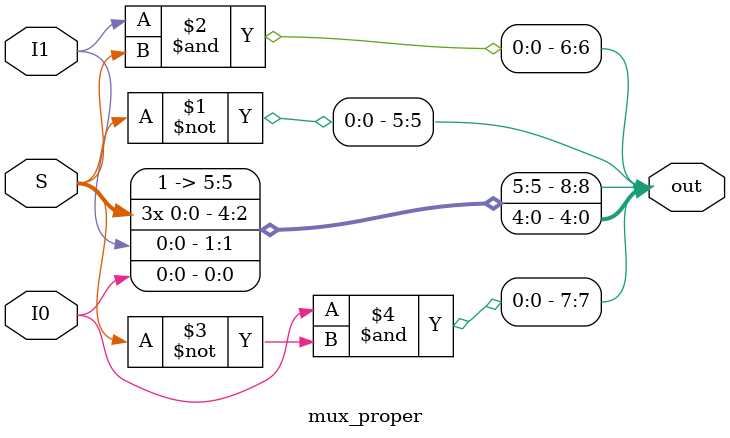
<source format=v>
`timescale 1ns / 1ps
module mux_proper(S,I0,I1,out);
	input S, I0, I1;
	output [8:0] out;
	assign out[0] = I0;
	assign out[1] = I1;
	assign out[2] = S;
	assign out[3] = S;
	assign out[4] = S;
	assign out[5] = ~S;
	assign out[6] = I1 & S;
	assign out[7] = I0 & (~S);
	assign out[8] = 1;

endmodule

</source>
